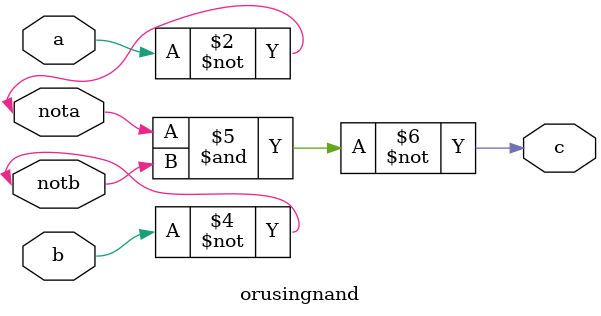
<source format=v>
`timescale 1ns / 1ps

module orusingnand(
    input a,
    input b,
    inout nota,
    inout notb,
    output c
    );
nand(nota,a,a);
nand(notb,b,b);
nand(c,nota,notb);


endmodule

</source>
